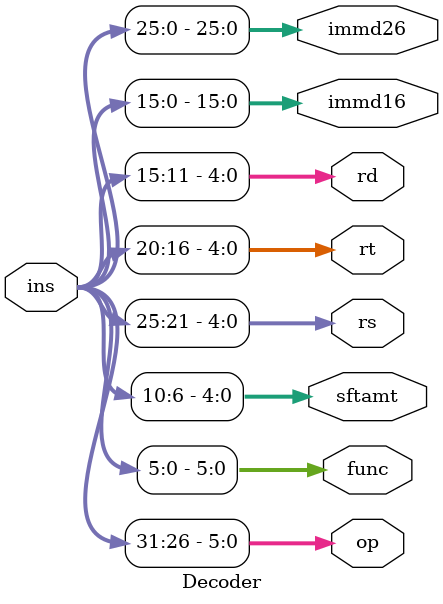
<source format=v>
`include "head.v"
`timescale 1ns / 1ps
module Decoder(
    input [31:0] ins,
    output [5:0] op,
    output [5:0] func,
    output [4:0] sftamt,
    output [4:0] rs,
    output [4:0] rt,
    output [4:0] rd,
    output [15:0] immd16,
    output [25:0] immd26
    );
    //°ÑÊäÈëµÄÖ¸Áî·Ö³ÉºÃ¼¸²¿·Ö£¬ÒòÎªÊµÏÖµÄÊÇRISC¼Ü¹¹£¬Ö¸ÁîÀïÎ»ÖÃ¶¼ÊÇ¹Ì¶¨µÄ
    assign op = ins[31:26];
    assign func = ins[5:0];
    assign sftamt = ins[10:6];
    assign rs = ins[25:21];
    assign rt = ins[20:16];
    assign rd = ins[15:11];
    assign immd16 = ins[15:0];
    assign immd26 = ins[25:0];
endmodule
</source>
